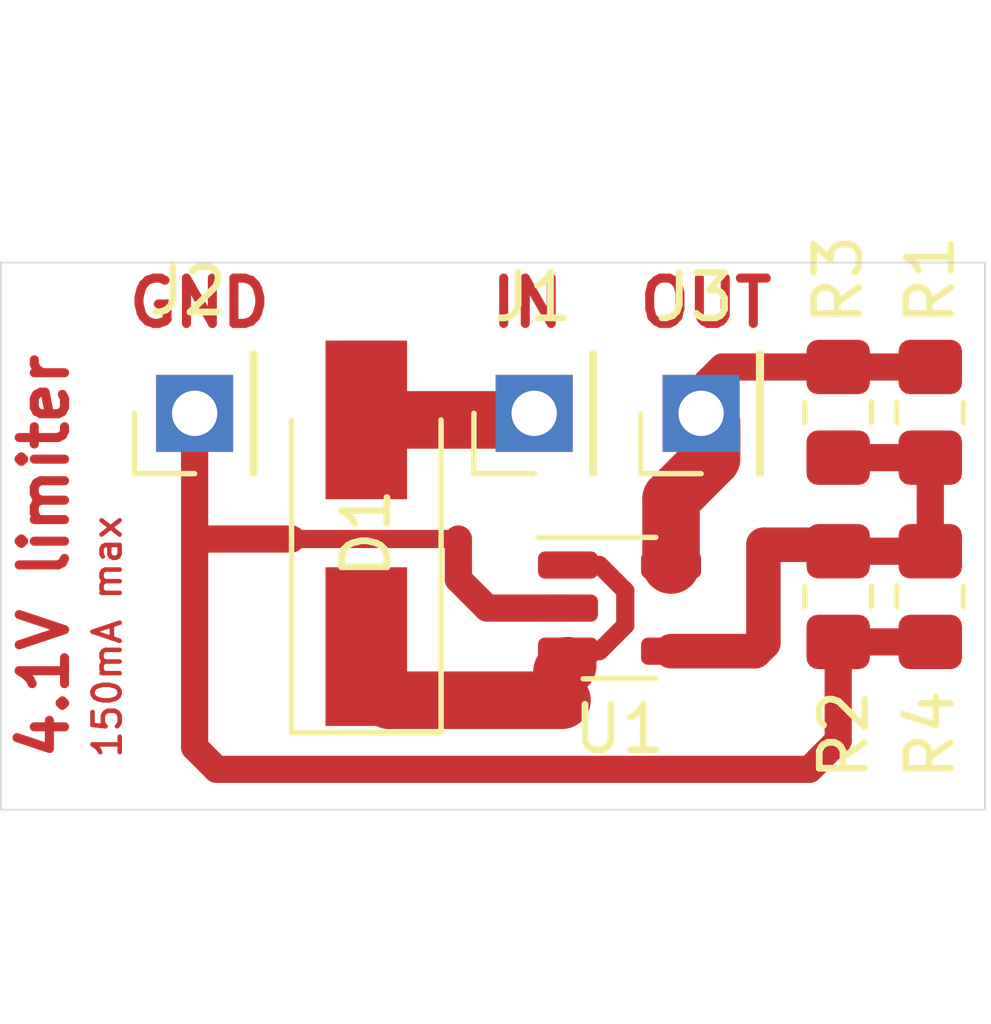
<source format=kicad_pcb>
(kicad_pcb (version 20211014) (generator pcbnew)
  (title_block (rev "1"))
  (layers (0 "F.Cu" signal "Front") (1 "In1.Cu" signal) (2 "In2.Cu" signal) (31 "B.Cu" signal "Back") (34 "B.Paste" user) (35 "F.Paste" user) (36 "B.SilkS" user "B.Silkscreen") (37 "F.SilkS" user "F.Silkscreen") (38 "B.Mask" user) (39 "F.Mask" user) (44 "Edge.Cuts" user))
  (net 0 "")
  (net 1 "Net-(D1-Pad1)")
  (net 2 "Net-(D1-Pad2)")
  (net 3 "Net-(J2-Pad1)")
  (net 4 "Net-(J3-Pad1)")
  (net 5 "Net-(R1-Pad2)")
  (footprint "Resistor_SMD:R_0805_2012Metric_Pad1.20x1.40mm_HandSolder" (layer "F.Cu") (at 114.173 106.426 -90)
    (fp_text reference "R2" (at 3.048 -0.127 90) (layer "F.SilkS"))
    (fp_text value "43K 5%")
    (fp_line (start -0.227064 -0.735) (end 0.227064 -0.735) (layer "F.SilkS") (width 0.12))
    (fp_line (start -0.227064 0.735) (end 0.227064 0.735) (layer "F.SilkS") (width 0.12))
    (pad "1" smd roundrect locked (at -1 0 270) (size 1.2 1.4) (layers "F.Cu" "F.Paste" "F.Mask") (roundrect_rratio 0.208333) (net 5 "Net-(R1-Pad2)"))
    (pad "2" smd roundrect locked (at 1 0 270) (size 1.2 1.4) (layers "F.Cu" "F.Paste" "F.Mask") (roundrect_rratio 0.208333) (net 3 "Net-(J2-Pad1)"))
  )
  (footprint "Connector_PinHeader_2.54mm:PinHeader_1x01_P2.54mm_Vertical" (layer "F.Cu") (at 107.464 102.384 90)
    (fp_text reference "J1" (at 2.562 -0.022 180) (layer "F.SilkS"))
    (fp_text value "PWR_IN")
    (fp_line (start -1.33 1.27) (end -1.33 1.33) (layer "F.SilkS") (width 0.12))
    (fp_line (start 1.33 1.27) (end 1.33 1.33) (layer "F.SilkS") (width 0.12))
    (fp_line (start -1.33 1.33) (end 1.33 1.33) (layer "F.SilkS") (width 0.12))
    (fp_line (start -1.33 -1.33) (end 0 -1.33) (layer "F.SilkS") (width 0.12))
    (fp_line (start -1.33 0) (end -1.33 -1.33) (layer "F.SilkS") (width 0.12))
    (fp_line (start -1.33 1.27) (end 1.33 1.27) (layer "F.SilkS") (width 0.12))
    (pad "1" thru_hole rect locked (at 0 0 90) (size 1.7 1.7) (drill 1) (layers *.Cu *.Mask) (net 2 "Net-(D1-Pad2)"))
  )
  (footprint "Resistor_SMD:R_0805_2012Metric_Pad1.20x1.40mm_HandSolder" (layer "F.Cu") (at 116.205 106.426 -90)
    (fp_text reference "R4" (at 3.048 0 90) (layer "F.SilkS"))
    (fp_text value "90.9K 1%")
    (fp_line (start -0.227064 -0.735) (end 0.227064 -0.735) (layer "F.SilkS") (width 0.12))
    (fp_line (start -0.227064 0.735) (end 0.227064 0.735) (layer "F.SilkS") (width 0.12))
    (pad "1" smd roundrect locked (at -1 0 270) (size 1.2 1.4) (layers "F.Cu" "F.Paste" "F.Mask") (roundrect_rratio 0.208333) (net 5 "Net-(R1-Pad2)"))
    (pad "2" smd roundrect locked (at 1 0 270) (size 1.2 1.4) (layers "F.Cu" "F.Paste" "F.Mask") (roundrect_rratio 0.208333) (net 3 "Net-(J2-Pad1)"))
  )
  (footprint "Package_TO_SOT_SMD:SOT-23-5" (layer "F.Cu") (at 109.347 106.68)
    (fp_text reference "U1" (at 0 2.667) (layer "F.SilkS"))
    (fp_text value "TPS73101")
    (fp_line (start 0 1.56) (end 0.8 1.56) (layer "F.SilkS") (width 0.12))
    (fp_line (start 0 -1.56) (end 0.8 -1.56) (layer "F.SilkS") (width 0.12))
    (fp_line (start 0 -1.56) (end -1.8 -1.56) (layer "F.SilkS") (width 0.12))
    (fp_line (start 0 1.56) (end -0.8 1.56) (layer "F.SilkS") (width 0.12))
    (pad "1" smd roundrect locked (at -1.1375 -0.95) (size 1.325 0.6) (layers "F.Cu" "F.Paste" "F.Mask") (net 1 "Net-(D1-Pad1)"))
    (pad "2" smd roundrect locked (at -1.1375 0) (size 1.325 0.6) (layers "F.Cu" "F.Paste" "F.Mask") (net 3 "Net-(J2-Pad1)"))
    (pad "3" smd roundrect locked (at -1.1375 0.95) (size 1.325 0.6) (layers "F.Cu" "F.Paste" "F.Mask") (net 1 "Net-(D1-Pad1)"))
    (pad "4" smd roundrect locked (at 1.1375 0.95) (size 1.325 0.6) (layers "F.Cu" "F.Paste" "F.Mask") (net 5 "Net-(R1-Pad2)"))
    (pad "5" smd roundrect locked (at 1.1375 -0.95) (size 1.325 0.6) (layers "F.Cu" "F.Paste" "F.Mask") (net 4 "Net-(J3-Pad1)"))
  )
  (footprint "Resistor_SMD:R_0805_2012Metric_Pad1.20x1.40mm_HandSolder" (layer "F.Cu") (at 114.173 102.362 -90)
    (fp_text reference "R3" (at -2.921 0 90) (layer "F.SilkS"))
    (fp_text value "140K 1%")
    (fp_line (start -0.227064 -0.735) (end 0.227064 -0.735) (layer "F.SilkS") (width 0.12))
    (fp_line (start -0.227064 0.735) (end 0.227064 0.735) (layer "F.SilkS") (width 0.12))
    (pad "1" smd roundrect locked (at -1 0 270) (size 1.2 1.4) (layers "F.Cu" "F.Paste" "F.Mask") (roundrect_rratio 0.208333) (net 4 "Net-(J3-Pad1)"))
    (pad "2" smd roundrect locked (at 1 0 270) (size 1.2 1.4) (layers "F.Cu" "F.Paste" "F.Mask") (roundrect_rratio 0.208333) (net 5 "Net-(R1-Pad2)"))
  )
  (footprint "Connector_PinHeader_2.54mm:PinHeader_1x01_P2.54mm_Vertical" (layer "F.Cu") (at 111.147 102.384 90)
    (fp_text reference "J3" (at 2.562 -0.149 180) (layer "F.SilkS"))
    (fp_text value "PWR_OUT")
    (fp_line (start -1.33 0) (end -1.33 -1.33) (layer "F.SilkS") (width 0.12))
    (fp_line (start 1.33 1.27) (end 1.33 1.33) (layer "F.SilkS") (width 0.12))
    (fp_line (start -1.33 1.27) (end 1.33 1.27) (layer "F.SilkS") (width 0.12))
    (fp_line (start -1.33 -1.33) (end 0 -1.33) (layer "F.SilkS") (width 0.12))
    (fp_line (start -1.33 1.33) (end 1.33 1.33) (layer "F.SilkS") (width 0.12))
    (fp_line (start -1.33 1.27) (end -1.33 1.33) (layer "F.SilkS") (width 0.12))
    (pad "1" thru_hole rect locked (at 0 0 90) (size 1.7 1.7) (drill 1) (layers *.Cu *.Mask) (net 4 "Net-(J3-Pad1)"))
  )
  (footprint "Connector_PinHeader_2.54mm:PinHeader_1x01_P2.54mm_Vertical" (layer "F.Cu") (at 99.971 102.384 90)
    (fp_text reference "J2" (at 2.689 -0.149 180) (layer "F.SilkS"))
    (fp_text value "GND")
    (fp_line (start -1.33 1.27) (end 1.33 1.27) (layer "F.SilkS") (width 0.12))
    (fp_line (start -1.33 -1.33) (end 0 -1.33) (layer "F.SilkS") (width 0.12))
    (fp_line (start 1.33 1.27) (end 1.33 1.33) (layer "F.SilkS") (width 0.12))
    (fp_line (start -1.33 1.33) (end 1.33 1.33) (layer "F.SilkS") (width 0.12))
    (fp_line (start -1.33 1.27) (end -1.33 1.33) (layer "F.SilkS") (width 0.12))
    (fp_line (start -1.33 0) (end -1.33 -1.33) (layer "F.SilkS") (width 0.12))
    (pad "1" thru_hole rect locked (at 0 0 90) (size 1.7 1.7) (drill 1) (layers *.Cu *.Mask) (net 3 "Net-(J2-Pad1)"))
  )
  (footprint "Resistor_SMD:R_0805_2012Metric_Pad1.20x1.40mm_HandSolder" (layer "F.Cu") (at 116.205 102.362 -90)
    (fp_text reference "R1" (at -2.921 0 90) (layer "F.SilkS"))
    (fp_text value "140K 1%")
    (fp_line (start -0.227064 0.735) (end 0.227064 0.735) (layer "F.SilkS") (width 0.12))
    (fp_line (start -0.227064 -0.735) (end 0.227064 -0.735) (layer "F.SilkS") (width 0.12))
    (pad "1" smd roundrect locked (at -1 0 270) (size 1.2 1.4) (layers "F.Cu" "F.Paste" "F.Mask") (roundrect_rratio 0.208333) (net 4 "Net-(J3-Pad1)"))
    (pad "2" smd roundrect locked (at 1 0 270) (size 1.2 1.4) (layers "F.Cu" "F.Paste" "F.Mask") (roundrect_rratio 0.208333) (net 5 "Net-(R1-Pad2)"))
  )
  (footprint "Diode_SMD:D_SMA_Handsoldering" (layer "F.Cu") (at 103.759 105.029 90)
    (fp_text reference "D1" (at 0 0 90) (layer "F.SilkS"))
    (fp_text value "SS14")
    (fp_line (start -4.4 1.65) (end 2.5 1.65) (layer "F.SilkS") (width 0.12))
    (fp_line (start -4.4 -1.65) (end 2.5 -1.65) (layer "F.SilkS") (width 0.12))
    (fp_line (start -4.4 -1.65) (end -4.4 1.65) (layer "F.SilkS") (width 0.12))
    (pad "1" smd rect locked (at -2.5 0 90) (size 3.5 1.8) (layers "F.Cu" "F.Paste" "F.Mask") (net 1 "Net-(D1-Pad1)"))
    (pad "2" smd rect locked (at 2.5 0 90) (size 3.5 1.8) (layers "F.Cu" "F.Paste" "F.Mask") (net 2 "Net-(D1-Pad2)"))
  )
  (gr_rect (start 95.6945 99.06) (end 117.4115 111.125) (layer "Edge.Cuts") (width 0.0381) (fill none))
  (gr_text "4.1V limiter" (at 96.647 105.537 90) (layer "F.Cu") (effects (font (size 1 1) (thickness 0.2))))
  (gr_text "GND" (at 100.076 99.949) (layer "F.Cu") (effects (font (size 1 1) (thickness 0.2))))
  (gr_text "150mA max" (at 98.044 107.315 90) (layer "F.Cu") (effects (font (size 0.6 0.6) (thickness 0.1))))
  (gr_text "IN" (at 107.315 99.949) (layer "F.Cu") (effects (font (size 1 1) (thickness 0.2))))
  (gr_text "OUT" (at 111.252 99.949) (layer "F.Cu") (effects (font (size 1 1) (thickness 0.2))))
  (segment (start 104.267 108.712) (end 108.077 108.712) (width 1.27) (layer "F.Cu") (net 1))
  (segment (start 108.905 105.73) (end 109.474 106.299) (width 0.4) (layer "F.Cu") (net 1))
  (segment (start 108.905 107.63) (end 108.2095 107.63) (width 0.4) (layer "F.Cu") (net 1))
  (segment (start 108.077 108.077) (end 108.204 107.95) (width 1.27) (layer "F.Cu") (net 1))
  (segment (start 108.2095 107.63) (end 108.2095 108.5795) (width 0.6) (layer "F.Cu") (net 1))
  (segment (start 108.2095 105.73) (end 108.905 105.73) (width 0.4) (layer "F.Cu") (net 1))
  (segment (start 103.759 107.529) (end 103.759 108.204) (width 1.27) (layer "F.Cu") (net 1))
  (segment (start 109.474 106.299) (end 109.474 107.061) (width 0.4) (layer "F.Cu") (net 1))
  (segment (start 103.759 108.204) (end 104.267 108.712) (width 1.27) (layer "F.Cu") (net 1))
  (segment (start 109.474 107.061) (end 108.905 107.63) (width 0.4) (layer "F.Cu") (net 1))
  (segment (start 103.759 102.529) (end 107.319 102.529) (width 1.27) (layer "F.Cu") (net 2))
  (segment (start 107.319 102.529) (end 107.464 102.384) (width 1.27) (layer "F.Cu") (net 2))
  (segment (start 113.538 110.236) (end 100.457 110.236) (width 0.6) (layer "F.Cu") (net 3))
  (segment (start 108.2095 106.68) (end 106.426 106.68) (width 0.6) (layer "F.Cu") (net 3))
  (segment (start 114.173 109.601) (end 113.538 110.236) (width 0.6) (layer "F.Cu") (net 3))
  (segment (start 99.993 105.156) (end 102.108 105.156) (width 0.6) (layer "F.Cu") (net 3))
  (segment (start 114.173 107.426) (end 114.173 109.601) (width 0.6) (layer "F.Cu") (net 3))
  (segment (start 99.971 109.75) (end 99.971 102.384) (width 0.6) (layer "F.Cu") (net 3))
  (segment (start 99.993 105.156) (end 99.971 105.134) (width 0.4) (layer "F.Cu") (net 3))
  (segment (start 106.426 106.68) (end 105.791 106.045) (width 0.6) (layer "F.Cu") (net 3))
  (segment (start 116.205 107.426) (end 114.173 107.426) (width 0.6) (layer "F.Cu") (net 3))
  (segment (start 105.791 106.045) (end 105.791 105.156) (width 0.6) (layer "F.Cu") (net 3))
  (segment (start 102.108 105.156) (end 105.791 105.156) (width 0.4) (layer "F.Cu") (net 3))
  (segment (start 100.457 110.236) (end 99.971 109.75) (width 0.6) (layer "F.Cu") (net 3))
  (segment (start 111.147 101.832) (end 111.147 102.384) (width 0.6) (layer "F.Cu") (net 4))
  (segment (start 110.4845 105.73) (end 110.4845 104.2725) (width 1.27) (layer "F.Cu") (net 4))
  (segment (start 116.205 101.362) (end 111.617 101.362) (width 0.6) (layer "F.Cu") (net 4))
  (segment (start 111.379 103.378) (end 111.379 102.616) (width 1.27) (layer "F.Cu") (net 4))
  (segment (start 111.379 102.616) (end 111.147 102.384) (width 1.27) (layer "F.Cu") (net 4))
  (segment (start 111.617 101.362) (end 111.147 101.832) (width 0.6) (layer "F.Cu") (net 4))
  (segment (start 110.4845 104.2725) (end 111.379 103.378) (width 1.27) (layer "F.Cu") (net 4))
  (segment (start 110.4845 107.63) (end 112.334 107.63) (width 0.762) (layer "F.Cu") (net 5))
  (segment (start 116.205 105.426) (end 114.173 105.426) (width 0.6) (layer "F.Cu") (net 5))
  (segment (start 112.522 105.283) (end 114.03 105.283) (width 0.762) (layer "F.Cu") (net 5))
  (segment (start 112.334 107.63) (end 112.522 107.442) (width 0.762) (layer "F.Cu") (net 5))
  (segment (start 116.205 103.362) (end 114.173 103.362) (width 0.6) (layer "F.Cu") (net 5))
  (segment (start 112.522 107.442) (end 112.522 105.283) (width 0.762) (layer "F.Cu") (net 5))
  (segment (start 116.205 103.362) (end 116.205 105.426) (width 0.6) (layer "F.Cu") (net 5))
  (segment (start 114.03 105.283) (end 114.173 105.426) (width 0.762) (layer "F.Cu") (net 5))
)
</source>
